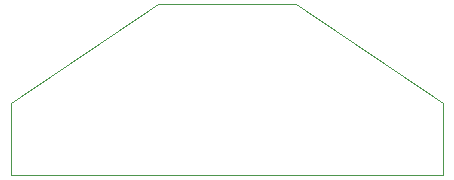
<source format=gbr>
%TF.GenerationSoftware,KiCad,Pcbnew,8.0.7*%
%TF.CreationDate,2024-12-28T15:26:56+01:00*%
%TF.ProjectId,MiSTery_DS2_Breakout,4d695354-6572-4795-9f44-53325f427265,rev?*%
%TF.SameCoordinates,Original*%
%TF.FileFunction,Profile,NP*%
%FSLAX46Y46*%
G04 Gerber Fmt 4.6, Leading zero omitted, Abs format (unit mm)*
G04 Created by KiCad (PCBNEW 8.0.7) date 2024-12-28 15:26:56*
%MOMM*%
%LPD*%
G01*
G04 APERTURE LIST*
%TA.AperFunction,Profile*%
%ADD10C,0.050000*%
%TD*%
G04 APERTURE END LIST*
D10*
X181102000Y-96266000D02*
X169418000Y-96266000D01*
X193548000Y-110744000D02*
X193548000Y-104648000D01*
X156972000Y-110744000D02*
X193548000Y-110744000D01*
X193548000Y-104648000D02*
X181102000Y-96266000D01*
X156972000Y-104648000D02*
X156972000Y-110744000D01*
X169418000Y-96266000D02*
X156972000Y-104648000D01*
M02*

</source>
